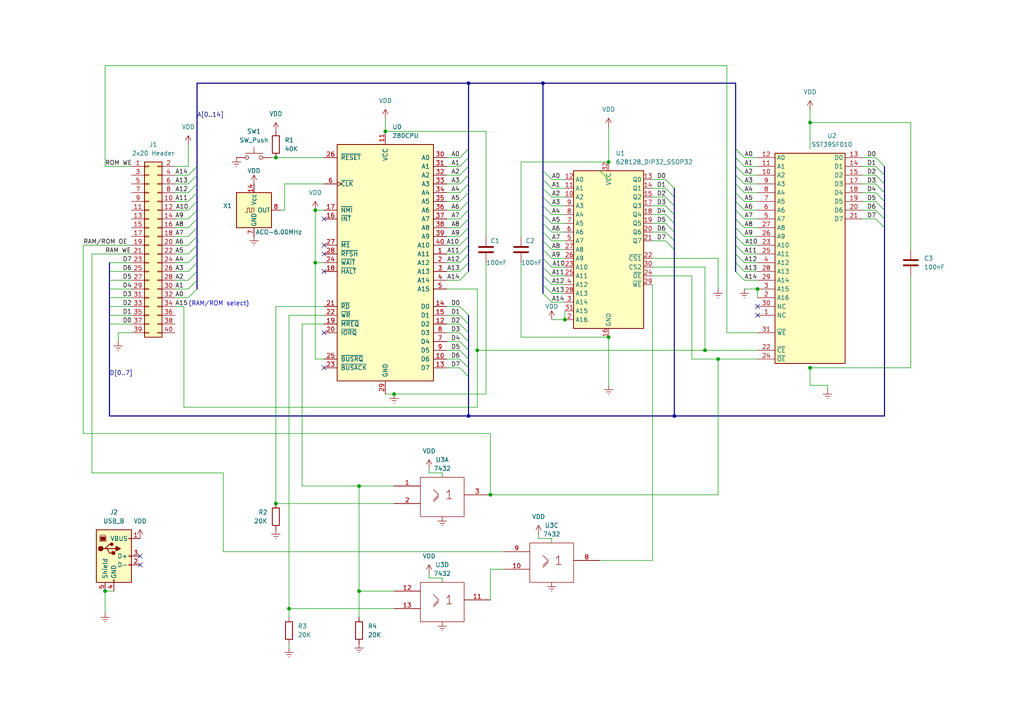
<source format=kicad_sch>
(kicad_sch (version 20211123) (generator eeschema)
  (paper "A4")
  (title_block (title "Z80 Computer main board") (date "2022-01-04") (rev "1.0") (company "Pythons inc."))
  (lib_symbols
    (symbol "74xx_IEEE:7432" (pin_names (offset 0.762))
      (property "Reference" "U" (at 2.54 6.35 0))
      (property "Value" "7432" (at 3.81 -7.62 0))
      (symbol "7432_0_1"
        (text "1" (at 2.032 0 0) (effects (font (size 2.54 2.54))))
        (pin power_in line (at 0 5.08 270) (length 0) hide (name "Vcc") (number "14"))
        (pin power_in line (at 0 -6.35 90) (length 0) hide (name "Gnd") (number "7"))
      )
      (symbol "7432_1_1"
        (pin input line (at -13.97 2.54 0) (length 7.62) (name "~") (number "1"))
        (pin input line (at -13.97 -2.54 0) (length 7.62) (name "~") (number "2"))
        (pin output line (at 13.97 0 180) (length 7.62) (name "~") (number "3"))
      )
      (symbol "7432_2_1"
        (pin input line (at -13.97 2.54 0) (length 7.62) (name "~") (number "4"))
        (pin input line (at -13.97 -2.54 0) (length 7.62) (name "~") (number "5"))
        (pin output line (at 13.97 0 180) (length 7.62) (name "~") (number "6"))
      )
      (symbol "7432_3_1"
        (pin input line (at -13.97 -2.54 0) (length 7.62) (name "~") (number "10"))
        (pin output line (at 13.97 0 180) (length 7.62) (name "~") (number "8"))
        (pin input line (at -13.97 2.54 0) (length 7.62) (name "~") (number "9"))
      )
      (symbol "7432_4_1"
        (pin output line (at 13.97 0 180) (length 7.62) (name "~") (number "11"))
        (pin input line (at -13.97 2.54 0) (length 7.62) (name "~") (number "12"))
        (pin input line (at -13.97 -2.54 0) (length 7.62) (name "~") (number "13"))
      )
    )
    (symbol "CPU:Z80CPU" (pin_names (offset 1.016))
      (property "Reference" "U" (at -13.97 35.56 0))
      (property "Value" "Z80CPU" (at 6.35 35.56 0))
      (symbol "Z80CPU_1_1"
        (pin output line (at 17.78 2.54 180) (length 3.81) (name "A11") (number "1"))
        (pin bidirectional line (at 17.78 -27.94 180) (length 3.81) (name "D6") (number "10"))
        (pin power_in line (at 0 38.1 270) (length 3.81) (name "VCC") (number "11"))
        (pin bidirectional line (at 17.78 -17.78 180) (length 3.81) (name "D2") (number "12"))
        (pin bidirectional line (at 17.78 -30.48 180) (length 3.81) (name "D7") (number "13"))
        (pin bidirectional line (at 17.78 -12.7 180) (length 3.81) (name "D0") (number "14"))
        (pin bidirectional line (at 17.78 -15.24 180) (length 3.81) (name "D1") (number "15"))
        (pin input line (at -17.78 12.7 0) (length 3.81) (name "~{INT}") (number "16"))
        (pin input line (at -17.78 15.24 0) (length 3.81) (name "~{NMI}") (number "17"))
        (pin output line (at -17.78 -2.54 0) (length 3.81) (name "~{HALT}") (number "18"))
        (pin output line (at -17.78 -17.78 0) (length 3.81) (name "~{MREQ}") (number "19"))
        (pin output line (at 17.78 0 180) (length 3.81) (name "A12") (number "2"))
        (pin output line (at -17.78 -20.32 0) (length 3.81) (name "~{IORQ}") (number "20"))
        (pin output line (at -17.78 -12.7 0) (length 3.81) (name "~{RD}") (number "21"))
        (pin output line (at -17.78 -15.24 0) (length 3.81) (name "~{WR}") (number "22"))
        (pin output line (at -17.78 -30.48 0) (length 3.81) (name "~{BUSACK}") (number "23"))
        (pin input line (at -17.78 0 0) (length 3.81) (name "~{WAIT}") (number "24"))
        (pin input line (at -17.78 -27.94 0) (length 3.81) (name "~{BUSRQ}") (number "25"))
        (pin input line (at -17.78 30.48 0) (length 3.81) (name "~{RESET}") (number "26"))
        (pin output line (at -17.78 5.08 0) (length 3.81) (name "~{M1}") (number "27"))
        (pin output line (at -17.78 2.54 0) (length 3.81) (name "~{RFSH}") (number "28"))
        (pin power_in line (at 0 -38.1 90) (length 3.81) (name "GND") (number "29"))
        (pin output line (at 17.78 -2.54 180) (length 3.81) (name "A13") (number "3"))
        (pin output line (at 17.78 30.48 180) (length 3.81) (name "A0") (number "30"))
        (pin output line (at 17.78 27.94 180) (length 3.81) (name "A1") (number "31"))
        (pin output line (at 17.78 25.4 180) (length 3.81) (name "A2") (number "32"))
        (pin output line (at 17.78 22.86 180) (length 3.81) (name "A3") (number "33"))
        (pin output line (at 17.78 20.32 180) (length 3.81) (name "A4") (number "34"))
        (pin output line (at 17.78 17.78 180) (length 3.81) (name "A5") (number "35"))
        (pin output line (at 17.78 15.24 180) (length 3.81) (name "A6") (number "36"))
        (pin output line (at 17.78 12.7 180) (length 3.81) (name "A7") (number "37"))
        (pin output line (at 17.78 10.16 180) (length 3.81) (name "A8") (number "38"))
        (pin output line (at 17.78 7.62 180) (length 3.81) (name "A9") (number "39"))
        (pin output line (at 17.78 -5.08 180) (length 3.81) (name "A14") (number "4"))
        (pin output line (at 17.78 5.08 180) (length 3.81) (name "A10") (number "40"))
        (pin output line (at 17.78 -7.62 180) (length 3.81) (name "A15") (number "5"))
        (pin input clock (at -17.78 22.86 0) (length 3.81) (name "~{CLK}") (number "6"))
        (pin bidirectional line (at 17.78 -22.86 180) (length 3.81) (name "D4") (number "7"))
        (pin bidirectional line (at 17.78 -20.32 180) (length 3.81) (name "D3") (number "8"))
        (pin bidirectional line (at 17.78 -25.4 180) (length 3.81) (name "D5") (number "9"))
      )
    )
    (symbol "Connector:USB_B" (pin_names (offset 1.016))
      (property "Reference" "J" (at -5.08 11.43 0))
      (property "Value" "USB_B" (at -5.08 8.89 0))
      (symbol "USB_B_1_1"
        (pin power_out line (at 7.62 5.08 180) (length 2.54) (name "VBUS") (number "1"))
        (pin bidirectional line (at 7.62 -2.54 180) (length 2.54) (name "D-") (number "2"))
        (pin bidirectional line (at 7.62 0 180) (length 2.54) (name "D+") (number "3"))
        (pin power_out line (at 0 -10.16 90) (length 2.54) (name "GND") (number "4"))
        (pin passive line (at -2.54 -10.16 90) (length 2.54) (name "Shield") (number "5"))
      )
    )
    (symbol "Connector_Generic:Conn_02x20_Odd_Even" (pin_names (offset 1.016) hide)
      (property "Reference" "J" (at 1.27 25.4 0))
      (property "Value" "Conn_02x20_Odd_Even" (at 1.27 -27.94 0))
      (symbol "Conn_02x20_Odd_Even_1_1"
        (pin passive line (at -5.08 22.86 0) (length 3.81) (name "Pin_1") (number "1"))
        (pin passive line (at 7.62 12.7 180) (length 3.81) (name "Pin_10") (number "10"))
        (pin passive line (at -5.08 10.16 0) (length 3.81) (name "Pin_11") (number "11"))
        (pin passive line (at 7.62 10.16 180) (length 3.81) (name "Pin_12") (number "12"))
        (pin passive line (at -5.08 7.62 0) (length 3.81) (name "Pin_13") (number "13"))
        (pin passive line (at 7.62 7.62 180) (length 3.81) (name "Pin_14") (number "14"))
        (pin passive line (at -5.08 5.08 0) (length 3.81) (name "Pin_15") (number "15"))
        (pin passive line (at 7.62 5.08 180) (length 3.81) (name "Pin_16") (number "16"))
        (pin passive line (at -5.08 2.54 0) (length 3.81) (name "Pin_17") (number "17"))
        (pin passive line (at 7.62 2.54 180) (length 3.81) (name "Pin_18") (number "18"))
        (pin passive line (at -5.08 0 0) (length 3.81) (name "Pin_19") (number "19"))
        (pin passive line (at 7.62 22.86 180) (length 3.81) (name "Pin_2") (number "2"))
        (pin passive line (at 7.62 0 180) (length 3.81) (name "Pin_20") (number "20"))
        (pin passive line (at -5.08 -2.54 0) (length 3.81) (name "Pin_21") (number "21"))
        (pin passive line (at 7.62 -2.54 180) (length 3.81) (name "Pin_22") (number "22"))
        (pin passive line (at -5.08 -5.08 0) (length 3.81) (name "Pin_23") (number "23"))
        (pin passive line (at 7.62 -5.08 180) (length 3.81) (name "Pin_24") (number "24"))
        (pin passive line (at -5.08 -7.62 0) (length 3.81) (name "Pin_25") (number "25"))
        (pin passive line (at 7.62 -7.62 180) (length 3.81) (name "Pin_26") (number "26"))
        (pin passive line (at -5.08 -10.16 0) (length 3.81) (name "Pin_27") (number "27"))
        (pin passive line (at 7.62 -10.16 180) (length 3.81) (name "Pin_28") (number "28"))
        (pin passive line (at -5.08 -12.7 0) (length 3.81) (name "Pin_29") (number "29"))
        (pin passive line (at -5.08 20.32 0) (length 3.81) (name "Pin_3") (number "3"))
        (pin passive line (at 7.62 -12.7 180) (length 3.81) (name "Pin_30") (number "30"))
        (pin passive line (at -5.08 -15.24 0) (length 3.81) (name "Pin_31") (number "31"))
        (pin passive line (at 7.62 -15.24 180) (length 3.81) (name "Pin_32") (number "32"))
        (pin passive line (at -5.08 -17.78 0) (length 3.81) (name "Pin_33") (number "33"))
        (pin passive line (at 7.62 -17.78 180) (length 3.81) (name "Pin_34") (number "34"))
        (pin passive line (at -5.08 -20.32 0) (length 3.81) (name "Pin_35") (number "35"))
        (pin passive line (at 7.62 -20.32 180) (length 3.81) (name "Pin_36") (number "36"))
        (pin passive line (at -5.08 -22.86 0) (length 3.81) (name "Pin_37") (number "37"))
        (pin passive line (at 7.62 -22.86 180) (length 3.81) (name "Pin_38") (number "38"))
        (pin passive line (at -5.08 -25.4 0) (length 3.81) (name "Pin_39") (number "39"))
        (pin passive line (at 7.62 20.32 180) (length 3.81) (name "Pin_4") (number "4"))
        (pin passive line (at 7.62 -25.4 180) (length 3.81) (name "Pin_40") (number "40"))
        (pin passive line (at -5.08 17.78 0) (length 3.81) (name "Pin_5") (number "5"))
        (pin passive line (at 7.62 17.78 180) (length 3.81) (name "Pin_6") (number "6"))
        (pin passive line (at -5.08 15.24 0) (length 3.81) (name "Pin_7") (number "7"))
        (pin passive line (at 7.62 15.24 180) (length 3.81) (name "Pin_8") (number "8"))
        (pin passive line (at -5.08 12.7 0) (length 3.81) (name "Pin_9") (number "9"))
      )
    )
    (symbol "Device:C" (pin_numbers hide) (pin_names (offset 0.254))
      (property "Reference" "C" (at 0.635 2.54 0))
      (property "Value" "C" (at 0.635 -2.54 0))
      (symbol "C_1_1"
        (pin passive line (at 0 3.81 270) (length 2.794) (name "~") (number "1"))
        (pin passive line (at 0 -3.81 90) (length 2.794) (name "~") (number "2"))
      )
    )
    (symbol "Device:R" (pin_numbers hide) (pin_names (offset 0))
      (property "Reference" "R" (at 2.032 0 90))
      (property "Value" "R" (at 0 0 90))
      (symbol "R_1_1"
        (pin passive line (at 0 3.81 270) (length 1.27) (name "~") (number "1"))
        (pin passive line (at 0 -3.81 90) (length 1.27) (name "~") (number "2"))
      )
    )
    (symbol "Memory_Flash:SST39SF010"
      (property "Reference" "U2" (at 6.35 36.83 0))
      (property "Value" "SST39SF010" (at 6.35 34.29 0))
      (symbol "SST39SF010_0_0"
        (pin power_in line (at 0 -30.48 90) (length 1.27) hide (name "GND") (number "16"))
        (pin power_in line (at 0 33.02 270) (length 1.27) hide (name "VCC") (number "32"))
      )
      (symbol "SST39SF010_1_1"
        (pin input line (at -15.24 -15.24 0) (length 5.08) (name "NC") (number "1"))
        (pin input line (at -15.24 25.4 0) (length 5.08) (name "A2") (number "10"))
        (pin input line (at -15.24 27.94 0) (length 5.08) (name "A1") (number "11"))
        (pin input line (at -15.24 30.48 0) (length 5.08) (name "A0") (number "12"))
        (pin tri_state line (at 15.24 30.48 180) (length 5.08) (name "D0") (number "13"))
        (pin tri_state line (at 15.24 27.94 180) (length 5.08) (name "D1") (number "14"))
        (pin tri_state line (at 15.24 25.4 180) (length 5.08) (name "D2") (number "15"))
        (pin tri_state line (at 15.24 22.86 180) (length 5.08) (name "D3") (number "17"))
        (pin tri_state line (at 15.24 20.32 180) (length 5.08) (name "D4") (number "18"))
        (pin tri_state line (at 15.24 17.78 180) (length 5.08) (name "D5") (number "19"))
        (pin input line (at -15.24 -10.16 0) (length 5.08) (name "A16") (number "2"))
        (pin tri_state line (at 15.24 15.24 180) (length 5.08) (name "D6") (number "20"))
        (pin tri_state line (at 15.24 12.7 180) (length 5.08) (name "D7") (number "21"))
        (pin input line (at -15.24 -25.4 0) (length 5.08) (name "~{CE}") (number "22"))
        (pin input line (at -15.24 5.08 0) (length 5.08) (name "A10") (number "23"))
        (pin input line (at -15.24 -27.94 0) (length 5.08) (name "~{OE}") (number "24"))
        (pin input line (at -15.24 2.54 0) (length 5.08) (name "A11") (number "25"))
        (pin input line (at -15.24 7.62 0) (length 5.08) (name "A9") (number "26"))
        (pin input line (at -15.24 10.16 0) (length 5.08) (name "A8") (number "27"))
        (pin input line (at -15.24 -2.54 0) (length 5.08) (name "A13") (number "28"))
        (pin input line (at -15.24 -5.08 0) (length 5.08) (name "A14") (number "29"))
        (pin input line (at -15.24 -7.62 0) (length 5.08) (name "A15") (number "3"))
        (pin input line (at -15.24 -12.7 0) (length 5.08) (name "NC") (number "30"))
        (pin input line (at -15.24 -20.32 0) (length 5.08) (name "~{WE}") (number "31"))
        (pin input line (at -15.24 0 0) (length 5.08) (name "A12") (number "4"))
        (pin input line (at -15.24 12.7 0) (length 5.08) (name "A7") (number "5"))
        (pin input line (at -15.24 15.24 0) (length 5.08) (name "A6") (number "6"))
        (pin input line (at -15.24 17.78 0) (length 5.08) (name "A5") (number "7"))
        (pin input line (at -15.24 20.32 0) (length 5.08) (name "A4") (number "8"))
        (pin input line (at -15.24 22.86 0) (length 5.08) (name "A3") (number "9"))
      )
    )
    (symbol "Memory_RAM:628128_DIP32_SSOP32"
      (property "Reference" "U" (at -10.16 23.495 0))
      (property "Value" "628128_DIP32_SSOP32" (at 2.54 23.495 0))
      (symbol "628128_DIP32_SSOP32_0_0"
        (pin power_in line (at 0 -25.4 90) (length 2.54) (name "GND") (number "16"))
        (pin power_in line (at 0 25.4 270) (length 2.54) (name "VCC") (number "32"))
      )
      (symbol "628128_DIP32_SSOP32_1_1"
        (pin no_connect line (at 10.16 -20.32 180) (length 2.54) hide (name "NC") (number "1"))
        (pin input line (at -12.7 15.24 0) (length 2.54) (name "A2") (number "10"))
        (pin input line (at -12.7 17.78 0) (length 2.54) (name "A1") (number "11"))
        (pin input line (at -12.7 20.32 0) (length 2.54) (name "A0") (number "12"))
        (pin tri_state line (at 12.7 20.32 180) (length 2.54) (name "Q0") (number "13"))
        (pin tri_state line (at 12.7 17.78 180) (length 2.54) (name "Q1") (number "14"))
        (pin tri_state line (at 12.7 15.24 180) (length 2.54) (name "Q2") (number "15"))
        (pin tri_state line (at 12.7 12.7 180) (length 2.54) (name "Q3") (number "17"))
        (pin tri_state line (at 12.7 10.16 180) (length 2.54) (name "Q4") (number "18"))
        (pin tri_state line (at 12.7 7.62 180) (length 2.54) (name "Q5") (number "19"))
        (pin input line (at -12.7 -20.32 0) (length 2.54) (name "A16") (number "2"))
        (pin tri_state line (at 12.7 5.08 180) (length 2.54) (name "Q6") (number "20"))
        (pin tri_state line (at 12.7 2.54 180) (length 2.54) (name "Q7") (number "21"))
        (pin input line (at 12.7 -2.54 180) (length 2.54) (name "~{CS1}") (number "22"))
        (pin input line (at -12.7 -5.08 0) (length 2.54) (name "A10") (number "23"))
        (pin input line (at 12.7 -7.62 180) (length 2.54) (name "~{OE}") (number "24"))
        (pin input line (at -12.7 -7.62 0) (length 2.54) (name "A11") (number "25"))
        (pin input line (at -12.7 -2.54 0) (length 2.54) (name "A9") (number "26"))
        (pin input line (at -12.7 0 0) (length 2.54) (name "A8") (number "27"))
        (pin input line (at -12.7 -12.7 0) (length 2.54) (name "A13") (number "28"))
        (pin input line (at 12.7 -10.16 180) (length 2.54) (name "~{WE}") (number "29"))
        (pin input line (at -12.7 -15.24 0) (length 2.54) (name "A14") (number "3"))
        (pin input line (at 12.7 -5.08 180) (length 2.54) (name "CS2") (number "30"))
        (pin input line (at -12.7 -17.78 0) (length 2.54) (name "A15") (number "31"))
        (pin input line (at -12.7 -10.16 0) (length 2.54) (name "A12") (number "4"))
        (pin input line (at -12.7 2.54 0) (length 2.54) (name "A7") (number "5"))
        (pin input line (at -12.7 5.08 0) (length 2.54) (name "A6") (number "6"))
        (pin input line (at -12.7 7.62 0) (length 2.54) (name "A5") (number "7"))
        (pin input line (at -12.7 10.16 0) (length 2.54) (name "A4") (number "8"))
        (pin input line (at -12.7 12.7 0) (length 2.54) (name "A3") (number "9"))
      )
    )
    (symbol "Oscillator:ACO-xxxMHz" (pin_names (offset 0.254))
      (property "Reference" "X" (at -5.08 6.35 0))
      (property "Value" "ACO-xxxMHz" (at 1.27 -6.35 0))
      (symbol "ACO-xxxMHz_1_1"
        (pin no_connect line (at -7.62 0 0) (length 2.54) hide (name "NC") (number "1"))
        (pin power_in line (at 0 7.62 270) (length 2.54) (name "Vcc") (number "14"))
        (pin power_in line (at 0 -7.62 90) (length 2.54) (name "GND") (number "7"))
        (pin output line (at 7.62 0 180) (length 2.54) (name "OUT") (number "8"))
      )
    )
    (symbol "Switch:SW_Push" (pin_numbers hide) (pin_names (offset 1.016) hide)
      (property "Reference" "SW" (at 1.27 2.54 0))
      (property "Value" "SW_Push" (at 0 -1.524 0))
      (symbol "SW_Push_0_1"
        (pin passive line (at -5.08 0 0) (length 2.54) (name "1") (number "1"))
        (pin passive line (at 5.08 0 180) (length 2.54) (name "2") (number "2"))
      )
    )
    (symbol "power:Earth" (power) (pin_names (offset 0))
      (symbol "Earth_1_1"
        (pin power_in line (at 0 0 270) (length 0) hide (name "Earth") (number "1"))
      )
    )
    (symbol "power:VDD" (power) (pin_names (offset 0))
      (property "Value" "VDD" (at 0 3.81 0))
      (symbol "VDD_1_1"
        (pin power_in line (at 0 0 90) (length 0) hide (name "VDD") (number "1"))
      )
    )
  )
  (junction (at 83.82 176.53))
  (junction (at 176.53 97.79))
  (junction (at 80.01 146.05))
  (junction (at 208.28 104.14))
  (junction (at 204.47 101.6))
  (junction (at 80.01 45.72))
  (junction (at 234.95 106.68))
  (junction (at 195.58 120.65))
  (junction (at 114.3 114.3))
  (junction (at 111.76 38.1))
  (junction (at 163.83 92.71))
  (junction (at 138.43 101.6))
  (junction (at 157.48 24.13))
  (junction (at 234.95 35.56))
  (junction (at 91.44 76.2))
  (junction (at 104.14 140.97))
  (junction (at 135.89 120.65))
  (junction (at 142.24 143.51))
  (junction (at 219.71 83.82))
  (junction (at 30.48 171.45))
  (junction (at 91.44 60.96))
  (junction (at 135.89 24.13))
  (junction (at 104.14 171.45))
  (junction (at 176.53 46.99))
  (no_connect (at 219.71 88.9))
  (no_connect (at 219.71 91.44))
  (no_connect (at 93.98 63.5))
  (no_connect (at 93.98 73.66))
  (no_connect (at 93.98 71.12))
  (no_connect (at 93.98 106.68))
  (no_connect (at 93.98 78.74))
  (no_connect (at 93.98 96.52))
  (no_connect (at 40.64 161.29))
  (no_connect (at 40.64 163.83))
  (bus_entry (at 160.02 87.63) (size -2.54 -2.54))
  (bus_entry (at 254 60.96) (size 2.54 2.54))
  (bus_entry (at 160.02 72.39) (size -2.54 -2.54))
  (bus_entry (at 215.9 76.2) (size -2.54 -2.54))
  (bus_entry (at 160.02 67.31) (size -2.54 -2.54))
  (bus_entry (at 193.04 52.07) (size 2.54 2.54))
  (bus_entry (at 133.35 73.66) (size 2.54 -2.54))
  (bus_entry (at 57.15 48.26) (size -2.54 2.54))
  (bus_entry (at 160.02 69.85) (size -2.54 -2.54))
  (bus_entry (at 215.9 71.12) (size -2.54 -2.54))
  (bus_entry (at 193.04 69.85) (size 2.54 2.54))
  (bus_entry (at 133.35 60.96) (size 2.54 -2.54))
  (bus_entry (at 57.15 71.12) (size -2.54 2.54))
  (bus_entry (at 57.15 53.34) (size -2.54 2.54))
  (bus_entry (at 254 48.26) (size 2.54 2.54))
  (bus_entry (at 215.9 48.26) (size -2.54 -2.54))
  (bus_entry (at 133.35 55.88) (size 2.54 -2.54))
  (bus_entry (at 254 63.5) (size 2.54 2.54))
  (bus_entry (at 215.9 60.96) (size -2.54 -2.54))
  (bus_entry (at 215.9 78.74) (size -2.54 -2.54))
  (bus_entry (at 133.35 88.9) (size 2.54 2.54))
  (bus_entry (at 133.35 96.52) (size 2.54 2.54))
  (bus_entry (at 133.35 106.68) (size 2.54 2.54))
  (bus_entry (at 133.35 104.14) (size 2.54 2.54))
  (bus_entry (at 133.35 99.06) (size 2.54 2.54))
  (bus_entry (at 133.35 101.6) (size 2.54 2.54))
  (bus_entry (at 133.35 93.98) (size 2.54 2.54))
  (bus_entry (at 133.35 91.44) (size 2.54 2.54))
  (bus_entry (at 57.15 81.28) (size -2.54 2.54))
  (bus_entry (at 133.35 66.04) (size 2.54 -2.54))
  (bus_entry (at 193.04 57.15) (size 2.54 2.54))
  (bus_entry (at 57.15 66.04) (size -2.54 2.54))
  (bus_entry (at 160.02 62.23) (size -2.54 -2.54))
  (bus_entry (at 160.02 77.47) (size -2.54 -2.54))
  (bus_entry (at 215.9 58.42) (size -2.54 -2.54))
  (bus_entry (at 160.02 82.55) (size -2.54 -2.54))
  (bus_entry (at 160.02 64.77) (size -2.54 -2.54))
  (bus_entry (at 160.02 80.01) (size -2.54 -2.54))
  (bus_entry (at 57.15 50.8) (size -2.54 2.54))
  (bus_entry (at 215.9 73.66) (size -2.54 -2.54))
  (bus_entry (at 215.9 53.34) (size -2.54 -2.54))
  (bus_entry (at 193.04 67.31) (size 2.54 2.54))
  (bus_entry (at 215.9 63.5) (size -2.54 -2.54))
  (bus_entry (at 254 45.72) (size 2.54 2.54))
  (bus_entry (at 57.15 78.74) (size -2.54 2.54))
  (bus_entry (at 254 53.34) (size 2.54 2.54))
  (bus_entry (at 193.04 64.77) (size 2.54 2.54))
  (bus_entry (at 215.9 55.88) (size -2.54 -2.54))
  (bus_entry (at 215.9 66.04) (size -2.54 -2.54))
  (bus_entry (at 133.35 81.28) (size 2.54 -2.54))
  (bus_entry (at 173.99 49.53) (size 2.54 2.54))
  (bus_entry (at 160.02 74.93) (size -2.54 -2.54))
  (bus_entry (at 57.15 68.58) (size -2.54 2.54))
  (bus_entry (at 57.15 73.66) (size -2.54 2.54))
  (bus_entry (at 254 55.88) (size 2.54 2.54))
  (bus_entry (at 160.02 57.15) (size -2.54 -2.54))
  (bus_entry (at 215.9 68.58) (size -2.54 -2.54))
  (bus_entry (at 160.02 52.07) (size -2.54 -2.54))
  (bus_entry (at 133.35 48.26) (size 2.54 -2.54))
  (bus_entry (at 133.35 78.74) (size 2.54 -2.54))
  (bus_entry (at 215.9 81.28) (size -2.54 -2.54))
  (bus_entry (at 57.15 55.88) (size -2.54 2.54))
  (bus_entry (at 160.02 54.61) (size -2.54 -2.54))
  (bus_entry (at 215.9 45.72) (size -2.54 -2.54))
  (bus_entry (at 57.15 76.2) (size -2.54 2.54))
  (bus_entry (at 57.15 63.5) (size -2.54 2.54))
  (bus_entry (at 57.15 58.42) (size -2.54 2.54))
  (bus_entry (at 193.04 59.69) (size 2.54 2.54))
  (bus_entry (at 160.02 85.09) (size -2.54 -2.54))
  (bus_entry (at 133.35 76.2) (size 2.54 -2.54))
  (bus_entry (at 133.35 58.42) (size 2.54 -2.54))
  (bus_entry (at 133.35 45.72) (size 2.54 -2.54))
  (bus_entry (at 254 50.8) (size 2.54 2.54))
  (bus_entry (at 133.35 68.58) (size 2.54 -2.54))
  (bus_entry (at 133.35 53.34) (size 2.54 -2.54))
  (bus_entry (at 160.02 59.69) (size -2.54 -2.54))
  (bus_entry (at 133.35 50.8) (size 2.54 -2.54))
  (bus_entry (at 215.9 50.8) (size -2.54 -2.54))
  (bus_entry (at 133.35 63.5) (size 2.54 -2.54))
  (bus_entry (at 57.15 60.96) (size -2.54 2.54))
  (bus_entry (at 57.15 83.82) (size -2.54 2.54))
  (bus_entry (at 193.04 54.61) (size 2.54 2.54))
  (bus_entry (at 133.35 71.12) (size 2.54 -2.54))
  (bus_entry (at 193.04 62.23) (size 2.54 2.54))
  (bus_entry (at 254 58.42) (size 2.54 2.54))
  (wire (pts (xy 189.23 82.55) (xy 189.23 162.56)))
  (wire (pts (xy 81.28 60.96) (xy 82.55 60.96)))
  (wire (pts (xy 91.44 76.2) (xy 91.44 104.14)))
  (wire (pts (xy 128.27 167.64) (xy 128.27 168.91)))
  (bus (pts (xy 213.36 48.26) (xy 213.36 45.72)))
  (wire (pts (xy 176.53 36.83) (xy 176.53 46.99)))
  (wire (pts (xy 114.3 114.3) (xy 140.97 114.3)))
  (wire (pts (xy 160.02 52.07) (xy 163.83 52.07)))
  (wire (pts (xy 250.19 50.8) (xy 254 50.8)))
  (wire (pts (xy 50.8 55.88) (xy 54.61 55.88)))
  (wire (pts (xy 160.02 85.09) (xy 163.83 85.09)))
  (wire (pts (xy 250.19 48.26) (xy 254 48.26)))
  (bus (pts (xy 213.36 60.96) (xy 213.36 58.42)))
  (wire (pts (xy 189.23 64.77) (xy 193.04 64.77)))
  (bus (pts (xy 256.54 58.42) (xy 256.54 60.96)))
  (bus (pts (xy 213.36 66.04) (xy 213.36 63.5)))
  (wire (pts (xy 50.8 83.82) (xy 54.61 83.82)))
  (bus (pts (xy 256.54 63.5) (xy 256.54 66.04)))
  (wire (pts (xy 210.82 19.05) (xy 210.82 96.52)))
  (bus (pts (xy 135.89 66.04) (xy 135.89 63.5)))
  (bus (pts (xy 57.15 66.04) (xy 57.15 68.58)))
  (bus (pts (xy 256.54 53.34) (xy 256.54 55.88)))
  (wire (pts (xy 151.13 68.58) (xy 151.13 46.99)))
  (wire (pts (xy 50.8 50.8) (xy 54.61 50.8)))
  (bus (pts (xy 213.36 76.2) (xy 213.36 73.66)))
  (bus (pts (xy 157.48 52.07) (xy 157.48 49.53)))
  (wire (pts (xy 124.46 135.89) (xy 124.46 137.16)))
  (bus (pts (xy 135.89 99.06) (xy 135.89 101.6)))
  (wire (pts (xy 133.35 78.74) (xy 129.54 78.74)))
  (wire (pts (xy 234.95 35.56) (xy 234.95 43.18)))
  (wire (pts (xy 250.19 53.34) (xy 254 53.34)))
  (bus (pts (xy 135.89 63.5) (xy 135.89 60.96)))
  (bus (pts (xy 157.48 72.39) (xy 157.48 69.85)))
  (wire (pts (xy 215.9 81.28) (xy 219.71 81.28)))
  (wire (pts (xy 215.9 55.88) (xy 219.71 55.88)))
  (wire (pts (xy 50.8 81.28) (xy 54.61 81.28)))
  (bus (pts (xy 135.89 60.96) (xy 135.89 58.42)))
  (wire (pts (xy 129.54 106.68) (xy 133.35 106.68)))
  (wire (pts (xy 93.98 104.14) (xy 91.44 104.14)))
  (wire (pts (xy 53.34 118.11) (xy 138.43 118.11)))
  (bus (pts (xy 57.15 53.34) (xy 57.15 55.88)))
  (bus (pts (xy 195.58 67.31) (xy 195.58 69.85)))
  (wire (pts (xy 215.9 53.34) (xy 219.71 53.34)))
  (wire (pts (xy 208.28 104.14) (xy 208.28 143.51)))
  (bus (pts (xy 57.15 60.96) (xy 57.15 63.5)))
  (wire (pts (xy 91.44 76.2) (xy 93.98 76.2)))
  (wire (pts (xy 83.82 176.53) (xy 114.3 176.53)))
  (wire (pts (xy 160.02 72.39) (xy 163.83 72.39)))
  (bus (pts (xy 57.15 50.8) (xy 57.15 53.34)))
  (wire (pts (xy 264.16 72.39) (xy 264.16 35.56)))
  (wire (pts (xy 189.23 67.31) (xy 193.04 67.31)))
  (wire (pts (xy 160.02 77.47) (xy 163.83 77.47)))
  (wire (pts (xy 160.02 64.77) (xy 163.83 64.77)))
  (wire (pts (xy 160.02 57.15) (xy 163.83 57.15)))
  (wire (pts (xy 64.77 137.16) (xy 26.67 137.16)))
  (wire (pts (xy 129.54 104.14) (xy 133.35 104.14)))
  (wire (pts (xy 26.67 73.66) (xy 26.67 137.16)))
  (wire (pts (xy 24.13 71.12) (xy 38.1 71.12)))
  (bus (pts (xy 256.54 60.96) (xy 256.54 63.5)))
  (bus (pts (xy 157.48 54.61) (xy 157.48 52.07)))
  (wire (pts (xy 264.16 35.56) (xy 234.95 35.56)))
  (wire (pts (xy 124.46 137.16) (xy 128.27 137.16)))
  (wire (pts (xy 140.97 114.3) (xy 140.97 76.2)))
  (wire (pts (xy 160.02 74.93) (xy 163.83 74.93)))
  (wire (pts (xy 215.9 63.5) (xy 219.71 63.5)))
  (wire (pts (xy 114.3 171.45) (xy 104.14 171.45)))
  (bus (pts (xy 157.48 77.47) (xy 157.48 74.93)))
  (wire (pts (xy 31.75 76.2) (xy 38.1 76.2)))
  (wire (pts (xy 129.54 88.9) (xy 133.35 88.9)))
  (bus (pts (xy 157.48 24.13) (xy 213.36 24.13)))
  (wire (pts (xy 156.21 156.21) (xy 160.02 156.21)))
  (bus (pts (xy 135.89 104.14) (xy 135.89 106.68)))
  (wire (pts (xy 250.19 55.88) (xy 254 55.88)))
  (wire (pts (xy 160.02 62.23) (xy 163.83 62.23)))
  (wire (pts (xy 200.66 80.01) (xy 189.23 80.01)))
  (wire (pts (xy 142.24 143.51) (xy 208.28 143.51)))
  (wire (pts (xy 38.1 73.66) (xy 26.67 73.66)))
  (wire (pts (xy 133.35 55.88) (xy 129.54 55.88)))
  (wire (pts (xy 215.9 76.2) (xy 219.71 76.2)))
  (bus (pts (xy 157.48 80.01) (xy 157.48 77.47)))
  (wire (pts (xy 204.47 101.6) (xy 204.47 77.47)))
  (wire (pts (xy 215.9 73.66) (xy 219.71 73.66)))
  (wire (pts (xy 234.95 106.68) (xy 264.16 106.68)))
  (bus (pts (xy 57.15 76.2) (xy 57.15 78.74)))
  (bus (pts (xy 135.89 45.72) (xy 135.89 43.18)))
  (wire (pts (xy 91.44 60.96) (xy 91.44 76.2)))
  (bus (pts (xy 256.54 66.04) (xy 256.54 120.65)))
  (bus (pts (xy 213.36 73.66) (xy 213.36 71.12)))
  (wire (pts (xy 142.24 125.73) (xy 142.24 143.51)))
  (wire (pts (xy 53.34 88.9) (xy 53.34 118.11)))
  (wire (pts (xy 50.8 76.2) (xy 54.61 76.2)))
  (wire (pts (xy 240.03 111.76) (xy 240.03 113.03)))
  (wire (pts (xy 160.02 87.63) (xy 163.83 87.63)))
  (wire (pts (xy 129.54 99.06) (xy 133.35 99.06)))
  (wire (pts (xy 31.75 81.28) (xy 38.1 81.28)))
  (wire (pts (xy 215.9 78.74) (xy 219.71 78.74)))
  (bus (pts (xy 135.89 106.68) (xy 135.89 109.22)))
  (bus (pts (xy 213.36 63.5) (xy 213.36 60.96)))
  (wire (pts (xy 133.35 60.96) (xy 129.54 60.96)))
  (wire (pts (xy 250.19 60.96) (xy 254 60.96)))
  (wire (pts (xy 138.43 101.6) (xy 204.47 101.6)))
  (wire (pts (xy 133.35 71.12) (xy 129.54 71.12)))
  (bus (pts (xy 135.89 58.42) (xy 135.89 55.88)))
  (bus (pts (xy 135.89 91.44) (xy 135.89 93.98)))
  (wire (pts (xy 31.75 86.36) (xy 38.1 86.36)))
  (bus (pts (xy 213.36 68.58) (xy 213.36 66.04)))
  (wire (pts (xy 24.13 71.12) (xy 24.13 125.73)))
  (wire (pts (xy 160.02 59.69) (xy 163.83 59.69)))
  (bus (pts (xy 213.36 58.42) (xy 213.36 55.88)))
  (wire (pts (xy 219.71 83.82) (xy 219.71 86.36)))
  (wire (pts (xy 215.9 68.58) (xy 219.71 68.58)))
  (wire (pts (xy 129.54 93.98) (xy 133.35 93.98)))
  (wire (pts (xy 124.46 167.64) (xy 128.27 167.64)))
  (wire (pts (xy 30.48 171.45) (xy 33.02 171.45)))
  (wire (pts (xy 83.82 186.69) (xy 83.82 187.96)))
  (wire (pts (xy 104.14 140.97) (xy 104.14 171.45)))
  (wire (pts (xy 38.1 48.26) (xy 30.48 48.26)))
  (wire (pts (xy 50.8 71.12) (xy 54.61 71.12)))
  (wire (pts (xy 138.43 83.82) (xy 138.43 101.6)))
  (wire (pts (xy 133.35 68.58) (xy 129.54 68.58)))
  (wire (pts (xy 83.82 91.44) (xy 93.98 91.44)))
  (bus (pts (xy 135.89 93.98) (xy 135.89 96.52)))
  (wire (pts (xy 189.23 54.61) (xy 193.04 54.61)))
  (wire (pts (xy 30.48 48.26) (xy 30.48 19.05)))
  (wire (pts (xy 215.9 83.82) (xy 219.71 83.82)))
  (wire (pts (xy 160.02 92.71) (xy 163.83 92.71)))
  (bus (pts (xy 57.15 68.58) (xy 57.15 71.12)))
  (wire (pts (xy 151.13 76.2) (xy 151.13 97.79)))
  (bus (pts (xy 213.36 53.34) (xy 213.36 50.8)))
  (wire (pts (xy 140.97 68.58) (xy 140.97 38.1)))
  (wire (pts (xy 210.82 96.52) (xy 219.71 96.52)))
  (wire (pts (xy 250.19 63.5) (xy 254 63.5)))
  (bus (pts (xy 31.75 120.65) (xy 135.89 120.65)))
  (wire (pts (xy 87.63 93.98) (xy 87.63 140.97)))
  (wire (pts (xy 200.66 104.14) (xy 208.28 104.14)))
  (wire (pts (xy 160.02 82.55) (xy 163.83 82.55)))
  (wire (pts (xy 160.02 80.01) (xy 163.83 80.01)))
  (wire (pts (xy 215.9 66.04) (xy 219.71 66.04)))
  (bus (pts (xy 135.89 96.52) (xy 135.89 99.06)))
  (wire (pts (xy 83.82 179.07) (xy 83.82 176.53)))
  (wire (pts (xy 133.35 48.26) (xy 129.54 48.26)))
  (wire (pts (xy 140.97 38.1) (xy 111.76 38.1)))
  (bus (pts (xy 157.48 24.13) (xy 157.48 49.53)))
  (wire (pts (xy 133.35 81.28) (xy 129.54 81.28)))
  (wire (pts (xy 133.35 66.04) (xy 129.54 66.04)))
  (bus (pts (xy 135.89 48.26) (xy 135.89 45.72)))
  (bus (pts (xy 135.89 50.8) (xy 135.89 48.26)))
  (wire (pts (xy 91.44 60.96) (xy 93.98 60.96)))
  (wire (pts (xy 133.35 73.66) (xy 129.54 73.66)))
  (bus (pts (xy 57.15 48.26) (xy 57.15 50.8)))
  (wire (pts (xy 34.29 96.52) (xy 34.29 99.06)))
  (wire (pts (xy 160.02 69.85) (xy 163.83 69.85)))
  (bus (pts (xy 195.58 64.77) (xy 195.58 67.31)))
  (bus (pts (xy 57.15 58.42) (xy 57.15 60.96)))
  (bus (pts (xy 135.89 24.13) (xy 157.48 24.13)))
  (bus (pts (xy 135.89 101.6) (xy 135.89 104.14)))
  (wire (pts (xy 31.75 88.9) (xy 38.1 88.9)))
  (wire (pts (xy 208.28 74.93) (xy 208.28 83.82)))
  (wire (pts (xy 133.35 53.34) (xy 129.54 53.34)))
  (bus (pts (xy 57.15 71.12) (xy 57.15 73.66)))
  (wire (pts (xy 50.8 66.04) (xy 54.61 66.04)))
  (wire (pts (xy 215.9 48.26) (xy 219.71 48.26)))
  (bus (pts (xy 135.89 24.13) (xy 135.89 43.18)))
  (wire (pts (xy 163.83 90.17) (xy 163.83 92.71)))
  (wire (pts (xy 133.35 76.2) (xy 129.54 76.2)))
  (wire (pts (xy 189.23 59.69) (xy 193.04 59.69)))
  (bus (pts (xy 57.15 55.88) (xy 57.15 58.42)))
  (wire (pts (xy 50.8 63.5) (xy 54.61 63.5)))
  (bus (pts (xy 195.58 59.69) (xy 195.58 62.23)))
  (wire (pts (xy 234.95 111.76) (xy 240.03 111.76)))
  (bus (pts (xy 135.89 53.34) (xy 135.89 50.8)))
  (wire (pts (xy 31.75 91.44) (xy 38.1 91.44)))
  (wire (pts (xy 215.9 50.8) (xy 219.71 50.8)))
  (wire (pts (xy 234.95 106.68) (xy 234.95 111.76)))
  (bus (pts (xy 157.48 85.09) (xy 157.48 82.55)))
  (wire (pts (xy 80.01 146.05) (xy 80.01 88.9)))
  (bus (pts (xy 195.58 62.23) (xy 195.58 64.77)))
  (wire (pts (xy 54.61 41.91) (xy 54.61 48.26)))
  (bus (pts (xy 157.48 62.23) (xy 157.48 59.69)))
  (wire (pts (xy 138.43 118.11) (xy 138.43 101.6)))
  (wire (pts (xy 128.27 137.16) (xy 128.27 138.43)))
  (bus (pts (xy 157.48 82.55) (xy 157.48 80.01)))
  (bus (pts (xy 213.36 24.13) (xy 213.36 43.18)))
  (bus (pts (xy 135.89 120.65) (xy 195.58 120.65)))
  (wire (pts (xy 200.66 80.01) (xy 200.66 104.14)))
  (wire (pts (xy 129.54 101.6) (xy 133.35 101.6)))
  (bus (pts (xy 195.58 72.39) (xy 195.58 120.65)))
  (wire (pts (xy 31.75 93.98) (xy 38.1 93.98)))
  (wire (pts (xy 151.13 46.99) (xy 176.53 46.99)))
  (wire (pts (xy 38.1 96.52) (xy 34.29 96.52)))
  (bus (pts (xy 157.48 67.31) (xy 157.48 64.77)))
  (wire (pts (xy 124.46 166.37) (xy 124.46 167.64)))
  (wire (pts (xy 31.75 83.82) (xy 38.1 83.82)))
  (bus (pts (xy 135.89 55.88) (xy 135.89 53.34)))
  (wire (pts (xy 234.95 31.75) (xy 234.95 35.56)))
  (wire (pts (xy 189.23 69.85) (xy 193.04 69.85)))
  (wire (pts (xy 80.01 45.72) (xy 78.74 45.72)))
  (wire (pts (xy 104.14 171.45) (xy 104.14 179.07)))
  (wire (pts (xy 87.63 140.97) (xy 104.14 140.97)))
  (bus (pts (xy 135.89 109.22) (xy 135.89 120.65)))
  (wire (pts (xy 30.48 177.8) (xy 30.48 171.45)))
  (bus (pts (xy 256.54 48.26) (xy 256.54 50.8)))
  (wire (pts (xy 215.9 58.42) (xy 219.71 58.42)))
  (wire (pts (xy 160.02 54.61) (xy 163.83 54.61)))
  (wire (pts (xy 219.71 101.6) (xy 204.47 101.6)))
  (bus (pts (xy 157.48 59.69) (xy 157.48 57.15)))
  (bus (pts (xy 213.36 71.12) (xy 213.36 68.58)))
  (bus (pts (xy 57.15 63.5) (xy 57.15 66.04)))
  (wire (pts (xy 80.01 88.9) (xy 93.98 88.9)))
  (bus (pts (xy 57.15 78.74) (xy 57.15 81.28)))
  (wire (pts (xy 215.9 45.72) (xy 219.71 45.72)))
  (wire (pts (xy 50.8 86.36) (xy 54.61 86.36)))
  (wire (pts (xy 111.76 114.3) (xy 114.3 114.3)))
  (wire (pts (xy 80.01 45.72) (xy 93.98 45.72)))
  (bus (pts (xy 195.58 57.15) (xy 195.58 59.69)))
  (wire (pts (xy 50.8 60.96) (xy 54.61 60.96)))
  (wire (pts (xy 50.8 58.42) (xy 54.61 58.42)))
  (bus (pts (xy 213.36 78.74) (xy 213.36 76.2)))
  (wire (pts (xy 156.21 154.94) (xy 156.21 156.21)))
  (bus (pts (xy 135.89 78.74) (xy 135.89 76.2)))
  (wire (pts (xy 215.9 60.96) (xy 219.71 60.96)))
  (bus (pts (xy 135.89 76.2) (xy 135.89 73.66)))
  (wire (pts (xy 176.53 97.79) (xy 176.53 111.76)))
  (wire (pts (xy 83.82 91.44) (xy 83.82 176.53)))
  (bus (pts (xy 135.89 68.58) (xy 135.89 66.04)))
  (wire (pts (xy 111.76 34.29) (xy 111.76 38.1)))
  (wire (pts (xy 215.9 71.12) (xy 219.71 71.12)))
  (wire (pts (xy 250.19 58.42) (xy 254 58.42)))
  (bus (pts (xy 213.36 45.72) (xy 213.36 43.18)))
  (wire (pts (xy 264.16 106.68) (xy 264.16 80.01)))
  (bus (pts (xy 157.48 64.77) (xy 157.48 62.23)))
  (wire (pts (xy 189.23 57.15) (xy 193.04 57.15)))
  (wire (pts (xy 93.98 93.98) (xy 87.63 93.98)))
  (bus (pts (xy 57.15 73.66) (xy 57.15 76.2)))
  (bus (pts (xy 195.58 69.85) (xy 195.58 72.39)))
  (wire (pts (xy 142.24 165.1) (xy 146.05 165.1)))
  (wire (pts (xy 160.02 67.31) (xy 163.83 67.31)))
  (wire (pts (xy 133.35 45.72) (xy 129.54 45.72)))
  (bus (pts (xy 256.54 50.8) (xy 256.54 53.34)))
  (wire (pts (xy 64.77 160.02) (xy 64.77 137.16)))
  (bus (pts (xy 157.48 57.15) (xy 157.48 54.61)))
  (wire (pts (xy 82.55 60.96) (xy 82.55 53.34)))
  (wire (pts (xy 151.13 97.79) (xy 176.53 97.79)))
  (wire (pts (xy 219.71 104.14) (xy 208.28 104.14)))
  (wire (pts (xy 31.75 78.74) (xy 38.1 78.74)))
  (bus (pts (xy 57.15 81.28) (xy 57.15 83.82)))
  (wire (pts (xy 24.13 125.73) (xy 142.24 125.73)))
  (bus (pts (xy 213.36 55.88) (xy 213.36 53.34)))
  (wire (pts (xy 50.8 48.26) (xy 54.61 48.26)))
  (bus (pts (xy 57.15 24.13) (xy 135.89 24.13)))
  (bus (pts (xy 57.15 24.13) (xy 57.15 48.26)))
  (wire (pts (xy 189.23 52.07) (xy 193.04 52.07)))
  (wire (pts (xy 189.23 62.23) (xy 193.04 62.23)))
  (bus (pts (xy 195.58 54.61) (xy 195.58 57.15)))
  (wire (pts (xy 64.77 160.02) (xy 146.05 160.02)))
  (bus (pts (xy 31.75 76.2) (xy 31.75 120.65)))
  (bus (pts (xy 135.89 73.66) (xy 135.89 71.12)))
  (bus (pts (xy 157.48 69.85) (xy 157.48 67.31)))
  (wire (pts (xy 133.35 63.5) (xy 129.54 63.5)))
  (wire (pts (xy 129.54 83.82) (xy 138.43 83.82)))
  (wire (pts (xy 50.8 78.74) (xy 54.61 78.74)))
  (wire (pts (xy 189.23 74.93) (xy 208.28 74.93)))
  (wire (pts (xy 189.23 162.56) (xy 173.99 162.56)))
  (wire (pts (xy 133.35 58.42) (xy 129.54 58.42)))
  (wire (pts (xy 50.8 88.9) (xy 53.34 88.9)))
  (wire (pts (xy 82.55 53.34) (xy 93.98 53.34)))
  (bus (pts (xy 195.58 120.65) (xy 256.54 120.65)))
  (bus (pts (xy 256.54 55.88) (xy 256.54 58.42)))
  (wire (pts (xy 160.02 156.21) (xy 160.02 157.48)))
  (wire (pts (xy 104.14 140.97) (xy 114.3 140.97)))
  (wire (pts (xy 114.3 146.05) (xy 80.01 146.05)))
  (wire (pts (xy 189.23 77.47) (xy 204.47 77.47)))
  (bus (pts (xy 135.89 71.12) (xy 135.89 68.58)))
  (wire (pts (xy 133.35 50.8) (xy 129.54 50.8)))
  (bus (pts (xy 157.48 74.93) (xy 157.48 72.39)))
  (wire (pts (xy 129.54 91.44) (xy 133.35 91.44)))
  (wire (pts (xy 50.8 73.66) (xy 54.61 73.66)))
  (wire (pts (xy 250.19 45.72) (xy 254 45.72)))
  (bus (pts (xy 213.36 50.8) (xy 213.36 48.26)))
  (wire (pts (xy 142.24 173.99) (xy 142.24 165.1)))
  (wire (pts (xy 50.8 53.34) (xy 54.61 53.34)))
  (wire (pts (xy 30.48 19.05) (xy 210.82 19.05)))
  (wire (pts (xy 50.8 68.58) (xy 54.61 68.58)))
  (wire (pts (xy 129.54 96.52) (xy 133.35 96.52)))
  (text "(RAM/ROM select)\n" (at 54.61 88.9 0) (effects (font (size 1.27 1.27)) (justify left bottom)))
  (label "D0" (at 130.81 88.9 0))
  (label "A5" (at 160.02 64.77 0))
  (label "A7" (at 160.02 69.85 0))
  (label "D3" (at 190.5 59.69 0))
  (label "D6" (at 190.5 67.31 0))
  (label "D7" (at 251.46 63.5 0))
  (label "D7" (at 190.5 69.85 0))
  (label "A10" (at 50.9653 60.96 0))
  (label "A4" (at 160.02 62.23 0))
  (label "A2" (at 133.35 50.8 180))
  (label "A5" (at 50.8 73.66 0))
  (label "D6" (at 251.46 60.96 0))
  (label "D4" (at 130.81 99.06 0))
  (label "A1" (at 50.8 83.82 0))
  (label "A12" (at 160.02 82.55 0))
  (label "A9" (at 215.9 68.58 0))
  (label "A10" (at 133.1847 71.12 180))
  (label "D4" (at 190.5 62.23 0))
  (label "A11" (at 50.8 58.42 0))
  (label "A7" (at 133.35 63.5 180))
  (label "A1" (at 133.35 48.26 180))
  (label "D6" (at 35.56 78.74 0))
  (label "RAM{slash}ROM OE" (at 24.13 71.12 0))
  (label "A9" (at 160.02 74.93 0))
  (label "D4" (at 35.56 83.82 0))
  (label "A9" (at 50.8 63.5 0))
  (label "A14" (at 215.9 81.28 0))
  (label "A3" (at 133.35 53.34 180))
  (label "A14" (at 133.35 81.28 180))
  (label "D0" (at 190.5 52.07 0))
  (label "D6" (at 130.81 104.14 0))
  (label "A6" (at 160.02 67.31 0))
  (label "D2" (at 130.81 93.98 0))
  (label "ROM WE" (at 30.48 48.26 0))
  (label "D5" (at 35.56 81.28 0))
  (label "A11" (at 160.02 80.01 0))
  (label "A15" (at 50.8 88.9 0))
  (label "D1" (at 190.5 54.61 0))
  (label "A13" (at 133.35 78.74 180))
  (label "A6" (at 215.9 60.96 0))
  (label "A6" (at 50.8 71.12 0))
  (label "D7" (at 35.56 76.2 0))
  (label "A0" (at 215.9 45.72 0))
  (label "A6" (at 133.35 60.96 180))
  (label "A13" (at 215.9 78.74 0))
  (label "A14" (at 50.8 50.8 0))
  (label "D0" (at 251.46 45.72 0))
  (label "D4" (at 251.46 55.88 0))
  (label "A1" (at 215.9 48.26 0))
  (label "A11" (at 133.35 73.66 180))
  (label "A1" (at 160.02 54.61 0))
  (label "D2" (at 251.46 50.8 0))
  (label "A12" (at 215.9 76.2 0))
  (label "A12" (at 50.8 55.88 0))
  (label "A4" (at 133.35 55.88 180))
  (label "A10" (at 160.1853 77.47 0))
  (label "A0" (at 160.02 52.07 0))
  (label "A12" (at 133.35 76.2 180))
  (label "D[0..7]" (at 31.75 109.22 0))
  (label "A10" (at 216.0653 71.12 0))
  (label "A2" (at 50.8 81.28 0))
  (label "A13" (at 50.8 53.34 0))
  (label "D5" (at 251.46 58.42 0))
  (label "A4" (at 50.8 76.2 0))
  (label "A2" (at 215.9 50.8 0))
  (label "A9" (at 133.35 68.58 180))
  (label "A2" (at 160.02 57.15 0))
  (label "A7" (at 215.9 63.5 0))
  (label "D1" (at 251.46 48.26 0))
  (label "D3" (at 35.56 86.36 0))
  (label "D7" (at 130.81 106.68 0))
  (label "A4" (at 215.9 55.88 0))
  (label "D2" (at 190.5 57.15 0))
  (label "A5" (at 215.9 58.42 0))
  (label "A[0..14]" (at 57.15 34.29 0))
  (label "D1" (at 35.56 91.44 0))
  (label "A3" (at 215.9 53.34 0))
  (label "A8" (at 160.02 72.39 0))
  (label "D0" (at 35.56 93.98 0))
  (label "D5" (at 190.5 64.77 0))
  (label "D5" (at 130.81 101.6 0))
  (label "A8" (at 133.35 66.04 180))
  (label "RAM WE" (at 30.48 73.66 0))
  (label "A11" (at 215.9 73.66 0))
  (label "A8" (at 215.9 66.04 0))
  (label "D2" (at 35.56 88.9 0))
  (label "A0" (at 50.8 86.36 0))
  (label "A7" (at 50.8 68.58 0))
  (label "A3" (at 160.02 59.69 0))
  (label "A3" (at 50.8 78.74 0))
  (label "D1" (at 130.81 91.44 0))
  (label "A0" (at 133.35 45.72 180))
  (label "D3" (at 251.46 53.34 0))
  (label "D3" (at 130.81 96.52 0))
  (label "A14" (at 160.02 87.63 0))
  (label "A5" (at 133.35 58.42 180))
  (label "A13" (at 160.02 85.09 0))
  (label "A8" (at 50.8 66.04 0))
  (symbol (lib_id "Device:R") (at 80.01 149.86 0) (unit 1)
    (property "Reference" "R2" (at 74.93 148.59 0) (effects (justify left)))
    (property "Value" "20K" (at 73.66 151.13 0) (effects (justify left)))
    (property "Footprint" "Resistor_THT:R_Axial_DIN0204_L3.6mm_D1.6mm_P5.08mm_Horizontal" (effects hide))
  )
  (symbol (lib_id "power:Earth") (at 128.27 149.86 0) (unit 1)
    (property "Reference" "#PWR0124" (effects hide))
    (property "Value" "Earth" (effects hide))
  )
  (symbol (lib_id "power:VDD") (at 156.21 154.94 0) (unit 1)
    (property "Reference" "#PWR0127" (effects hide))
    (property "Value" "VDD" (at 156.21 149.86 0))
  )
  (symbol (lib_id "Device:C") (at 140.97 72.39 0) (unit 1)
    (property "Reference" "C1" (at 142.24 69.85 0) (effects (justify left)))
    (property "Value" "100nF" (at 140.97 76.2 0) (effects (justify left)))
    (property "Footprint" "Capacitor_THT:C_Disc_D4.7mm_W2.5mm_P5.00mm" (effects hide))
  )
  (symbol (lib_id "power:Earth") (at 215.9 83.82 0) (unit 1)
    (property "Reference" "#PWR0118" (effects hide))
    (property "Value" "Earth" (effects hide))
  )
  (symbol (lib_id "power:Earth") (at 73.66 68.58 0) (unit 1)
    (property "Reference" "#PWR0108" (effects hide))
    (property "Value" "Earth" (effects hide))
  )
  (symbol (lib_id "power:Earth") (at 30.48 177.8 0) (unit 1)
    (property "Reference" "#PWR0122" (effects hide))
    (property "Value" "Earth" (effects hide))
  )
  (symbol (lib_id "power:Earth") (at 68.58 45.72 0) (unit 1)
    (property "Reference" "#PWR0106" (effects hide))
    (property "Value" "Earth" (effects hide))
  )
  (symbol (lib_id "74xx_IEEE:7432") (at 128.27 173.99 0) (unit 4)
    (property "Reference" "U3" (at 128.27 163.83 0))
    (property "Value" "7432" (at 128.27 166.37 0))
    (property "Footprint" "Package_DIP:DIP-14_W7.62mm_Socket" (effects hide))
  )
  (symbol (lib_id "Oscillator:ACO-xxxMHz") (at 73.66 60.96 0) (unit 1)
    (property "Reference" "X1" (at 67.31 59.6899 0) (effects (justify right)))
    (property "Value" "ACO-6.00MHz" (at 87.63 67.31 0) (effects (justify right)))
    (property "Footprint" "Oscillator:Oscillator_DIP-14" (effects hide))
    (property "Datasheet" "http://www.conwin.com/datasheets/cx/cx030.pdf" (effects hide))
  )
  (symbol (lib_id "74xx_IEEE:7432") (at 128.27 143.51 0) (unit 1)
    (property "Reference" "U3" (at 128.27 133.35 0))
    (property "Value" "7432" (at 128.27 135.89 0))
    (property "Footprint" "Package_DIP:DIP-14_W7.62mm_Socket" (effects hide))
  )
  (symbol (lib_id "power:VDD") (at 54.61 41.91 0) (unit 1)
    (property "Reference" "#PWR0112" (effects hide))
    (property "Value" "VDD" (at 54.61 36.83 0))
  )
  (symbol (lib_id "Connector_Generic:Conn_02x20_Odd_Even") (at 43.18 71.12 0) (unit 1)
    (property "Reference" "J1" (at 44.45 41.91 0))
    (property "Value" "2x20 Header" (at 44.45 44.45 0))
    (property "Footprint" "Connector_PinHeader_1.27mm:PinHeader_2x20_P1.27mm_Vertical" (effects hide))
  )
  (symbol (lib_id "power:Earth") (at 160.02 168.91 0) (unit 1)
    (property "Reference" "#PWR0128" (effects hide))
    (property "Value" "Earth" (effects hide))
  )
  (symbol (lib_id "power:VDD") (at 160.02 92.71 0) (unit 1)
    (property "Reference" "#PWR0114" (effects hide))
    (property "Value" "VDD" (at 160.02 88.9 0))
  )
  (symbol (lib_id "Device:R") (at 83.82 182.88 0) (unit 1)
    (property "Reference" "R3" (at 86.36 181.6099 0) (effects (justify left)))
    (property "Value" "20K" (at 86.36 184.15 0) (effects (justify left)))
    (property "Footprint" "Resistor_THT:R_Axial_DIN0204_L3.6mm_D1.6mm_P5.08mm_Horizontal" (effects hide))
  )
  (symbol (lib_id "power:VDD") (at 234.95 31.75 0) (unit 1)
    (property "Reference" "#PWR0119" (effects hide))
    (property "Value" "VDD" (at 234.95 26.67 0))
  )
  (symbol (lib_id "Device:C") (at 264.16 76.2 0) (unit 1)
    (property "Reference" "C3" (at 267.97 74.9299 0) (effects (justify left)))
    (property "Value" "100nF" (at 267.97 77.4699 0) (effects (justify left)))
    (property "Footprint" "Capacitor_THT:C_Disc_D4.7mm_W2.5mm_P5.00mm" (effects hide))
  )
  (symbol (lib_id "power:Earth") (at 176.53 111.76 0) (unit 1)
    (property "Reference" "#PWR0113" (effects hide))
    (property "Value" "Earth" (effects hide))
  )
  (symbol (lib_id "power:Earth") (at 34.29 99.06 0) (unit 1)
    (property "Reference" "#PWR0105" (effects hide))
    (property "Value" "Earth" (effects hide))
  )
  (symbol (lib_id "power:VDD") (at 124.46 135.89 0) (unit 1)
    (property "Reference" "#PWR0125" (effects hide))
    (property "Value" "VDD" (at 124.46 130.81 0))
  )
  (symbol (lib_id "power:VDD") (at 124.46 166.37 0) (unit 1)
    (property "Reference" "#PWR0126" (effects hide))
    (property "Value" "VDD" (at 124.46 161.29 0))
  )
  (symbol (lib_id "Device:C") (at 151.13 72.39 0) (unit 1)
    (property "Reference" "C2" (at 152.4 69.85 0) (effects (justify left)))
    (property "Value" "100nF" (at 151.13 76.2 0) (effects (justify left)))
    (property "Footprint" "Capacitor_THT:C_Disc_D4.7mm_W2.5mm_P5.00mm" (effects hide))
  )
  (symbol (lib_id "CPU:Z80CPU") (at 111.76 76.2 0) (unit 1)
    (property "Reference" "U0" (at 113.7794 36.83 0) (effects (justify left)))
    (property "Value" "Z80CPU" (at 113.7794 39.37 0) (effects (justify left)))
    (property "Footprint" "Package_DIP:DIP-40_W15.24mm_Socket" (effects hide))
    (property "Datasheet" "www.zilog.com/manage_directlink.php?filepath=docs/z80/um0080" (effects hide))
  )
  (symbol (lib_id "Memory_RAM:628128_DIP32_SSOP32") (at 176.53 72.39 0) (unit 1)
    (property "Reference" "U1" (at 178.5494 44.45 0) (effects (justify left)))
    (property "Value" "628128_DIP32_SSOP32" (at 178.5494 46.99 0) (effects (justify left)))
    (property "Footprint" "Package_DIP:DIP-32_W15.24mm_Socket" (effects hide))
    (property "Datasheet" "http://www.futurlec.com/Datasheet/Memory/628128.pdf" (effects hide))
  )
  (symbol (lib_id "Memory_Flash:SST39SF010") (at 234.95 76.2 0) (unit 1)
    (property "Reference" "U2" (at 241.3 39.37 0))
    (property "Value" "SST39SF010" (at 241.3 41.91 0))
    (property "Footprint" "Package_DIP:DIP-32_W15.24mm_Socket" (effects hide))
    (property "Datasheet" "http://ww1.microchip.com/downloads/en/DeviceDoc/25022B.pdf" (effects hide))
  )
  (symbol (lib_id "power:Earth") (at 128.27 180.34 0) (unit 1)
    (property "Reference" "#PWR0123" (effects hide))
    (property "Value" "Earth" (effects hide))
  )
  (symbol (lib_id "power:VDD") (at 111.76 34.29 0) (unit 1)
    (property "Reference" "#PWR0111" (effects hide))
    (property "Value" "VDD" (at 111.76 29.21 0))
  )
  (symbol (lib_id "power:Earth") (at 208.28 83.82 0) (unit 1)
    (property "Reference" "#PWR0117" (effects hide))
    (property "Value" "Earth" (effects hide))
  )
  (symbol (lib_id "power:VDD") (at 73.66 53.34 0) (unit 1)
    (property "Reference" "#PWR0107" (effects hide))
    (property "Value" "VDD" (at 73.66 49.53 0))
  )
  (symbol (lib_id "Device:R") (at 80.01 41.91 0) (unit 1)
    (property "Reference" "R1" (at 82.55 40.6399 0) (effects (justify left)))
    (property "Value" "40K" (at 82.55 43.1799 0) (effects (justify left)))
    (property "Footprint" "Resistor_THT:R_Axial_DIN0204_L3.6mm_D1.6mm_P5.08mm_Horizontal" (effects hide))
  )
  (symbol (lib_id "power:VDD") (at 176.53 36.83 0) (unit 1)
    (property "Reference" "#PWR0115" (effects hide))
    (property "Value" "VDD" (at 176.53 31.75 0))
  )
  (symbol (lib_id "Connector:USB_B") (at 33.02 161.29 0) (unit 1)
    (property "Reference" "J2" (at 33.02 148.59 0))
    (property "Value" "USB_B" (at 33.02 151.13 0))
    (property "Footprint" "Connector_USB:USB_B_Lumberg_2411_02_Horizontal" (effects hide))
    (property "Datasheet" " ~" (effects hide))
  )
  (symbol (lib_id "74xx_IEEE:7432") (at 160.02 162.56 0) (unit 3)
    (property "Reference" "U3" (at 160.02 152.4 0))
    (property "Value" "7432" (at 160.02 154.94 0))
    (property "Footprint" "Package_DIP:DIP-14_W7.62mm_Socket" (effects hide))
  )
  (symbol (lib_id "power:VDD") (at 91.44 60.96 0) (unit 1)
    (property "Reference" "#PWR0110" (effects hide))
    (property "Value" "VDD" (at 91.44 55.88 0))
  )
  (symbol (lib_id "Device:R") (at 104.14 182.88 0) (unit 1)
    (property "Reference" "R4" (at 106.68 181.6099 0) (effects (justify left)))
    (property "Value" "20K" (at 106.68 184.15 0) (effects (justify left)))
    (property "Footprint" "Resistor_THT:R_Axial_DIN0204_L3.6mm_D1.6mm_P5.08mm_Horizontal" (effects hide))
  )
  (symbol (lib_id "power:VDD") (at 40.64 156.21 0) (unit 1)
    (property "Reference" "#PWR0120" (effects hide))
    (property "Value" "VDD" (at 40.64 151.13 0))
  )
  (symbol (lib_id "power:Earth") (at 104.14 186.69 0) (unit 1)
    (property "Reference" "#PWR0101" (effects hide))
    (property "Value" "Earth" (effects hide))
  )
  (symbol (lib_id "power:Earth") (at 80.01 153.67 0) (unit 1)
    (property "Reference" "#PWR0104" (effects hide))
    (property "Value" "Earth" (effects hide))
  )
  (symbol (lib_id "power:Earth") (at 240.03 113.03 0) (unit 1)
    (property "Reference" "#PWR0116" (effects hide))
    (property "Value" "Earth" (effects hide))
  )
  (symbol (lib_id "power:VDD") (at 80.01 38.1 0) (unit 1)
    (property "Reference" "#PWR0109" (effects hide))
    (property "Value" "VDD" (at 80.01 33.02 0))
  )
  (symbol (lib_id "power:Earth") (at 83.82 187.96 0) (unit 1)
    (property "Reference" "#PWR0102" (effects hide))
    (property "Value" "Earth" (effects hide))
  )
  (symbol (lib_id "power:Earth") (at 114.3 114.3 0) (unit 1)
    (property "Reference" "#PWR0103" (effects hide))
    (property "Value" "Earth" (effects hide))
  )
  (symbol (lib_id "Switch:SW_Push") (at 73.66 45.72 0) (unit 1)
    (property "Reference" "SW1" (at 73.66 38.1 0))
    (property "Value" "SW_Push" (at 73.66 40.64 0))
    (property "Footprint" "Button_Switch_THT:SW_PUSH_6mm" (effects hide))
  )
)
</source>
